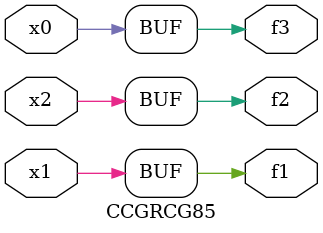
<source format=v>
module CCGRCG85(
	input x0, x1, x2,
	output f1, f2, f3
);
	assign f1 = x1;
	assign f2 = x2;
	assign f3 = x0;
endmodule

</source>
